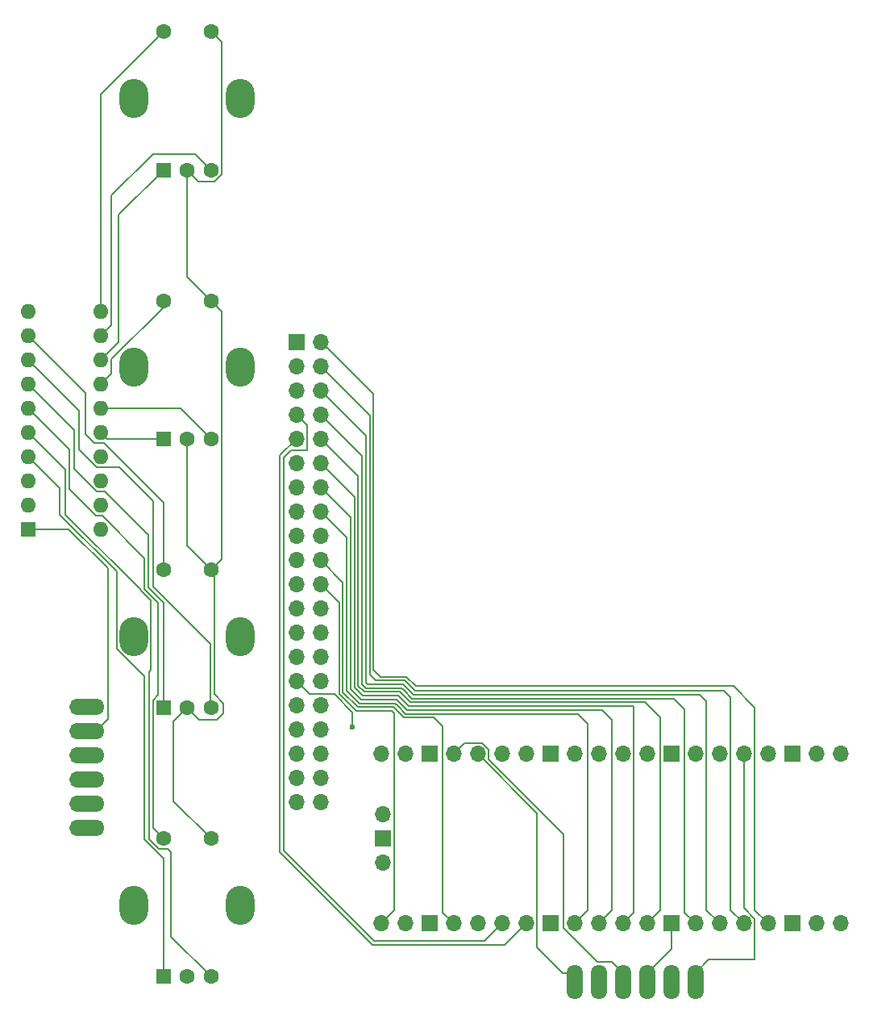
<source format=gbr>
G04 #@! TF.GenerationSoftware,KiCad,Pcbnew,8.0.4*
G04 #@! TF.CreationDate,2024-08-06T18:41:40+09:00*
G04 #@! TF.ProjectId,Fakedeck-garber,46616b65-6465-4636-9b2d-676172626572,rev?*
G04 #@! TF.SameCoordinates,Original*
G04 #@! TF.FileFunction,Copper,L1,Top*
G04 #@! TF.FilePolarity,Positive*
%FSLAX46Y46*%
G04 Gerber Fmt 4.6, Leading zero omitted, Abs format (unit mm)*
G04 Created by KiCad (PCBNEW 8.0.4) date 2024-08-06 18:41:40*
%MOMM*%
%LPD*%
G01*
G04 APERTURE LIST*
G04 Aperture macros list*
%AMRoundRect*
0 Rectangle with rounded corners*
0 $1 Rounding radius*
0 $2 $3 $4 $5 $6 $7 $8 $9 X,Y pos of 4 corners*
0 Add a 4 corners polygon primitive as box body*
4,1,4,$2,$3,$4,$5,$6,$7,$8,$9,$2,$3,0*
0 Add four circle primitives for the rounded corners*
1,1,$1+$1,$2,$3*
1,1,$1+$1,$4,$5*
1,1,$1+$1,$6,$7*
1,1,$1+$1,$8,$9*
0 Add four rect primitives between the rounded corners*
20,1,$1+$1,$2,$3,$4,$5,0*
20,1,$1+$1,$4,$5,$6,$7,0*
20,1,$1+$1,$6,$7,$8,$9,0*
20,1,$1+$1,$8,$9,$2,$3,0*%
G04 Aperture macros list end*
G04 #@! TA.AperFunction,ComponentPad*
%ADD10RoundRect,0.250000X0.550000X-0.550000X0.550000X0.550000X-0.550000X0.550000X-0.550000X-0.550000X0*%
G04 #@! TD*
G04 #@! TA.AperFunction,ComponentPad*
%ADD11C,1.600000*%
G04 #@! TD*
G04 #@! TA.AperFunction,ComponentPad*
%ADD12O,3.000000X4.100000*%
G04 #@! TD*
G04 #@! TA.AperFunction,ComponentPad*
%ADD13O,1.700000X3.644000*%
G04 #@! TD*
G04 #@! TA.AperFunction,ComponentPad*
%ADD14O,1.700000X1.700000*%
G04 #@! TD*
G04 #@! TA.AperFunction,ComponentPad*
%ADD15R,1.700000X1.700000*%
G04 #@! TD*
G04 #@! TA.AperFunction,ComponentPad*
%ADD16O,3.644000X1.700000*%
G04 #@! TD*
G04 #@! TA.AperFunction,ComponentPad*
%ADD17R,1.600000X1.600000*%
G04 #@! TD*
G04 #@! TA.AperFunction,ComponentPad*
%ADD18O,1.600000X1.600000*%
G04 #@! TD*
G04 #@! TA.AperFunction,ViaPad*
%ADD19C,0.600000*%
G04 #@! TD*
G04 #@! TA.AperFunction,Conductor*
%ADD20C,0.200000*%
G04 #@! TD*
G04 APERTURE END LIST*
D10*
X133445000Y-143685000D03*
D11*
X138445000Y-143685000D03*
X135945000Y-143685000D03*
X133445000Y-129185000D03*
X138445000Y-129185000D03*
D12*
X130345000Y-136185000D03*
X141545000Y-136185000D03*
D10*
X133445000Y-59035000D03*
D11*
X138445000Y-59035000D03*
X135945000Y-59035000D03*
X133445000Y-44535000D03*
X138445000Y-44535000D03*
D12*
X130345000Y-51535000D03*
X141545000Y-51535000D03*
D13*
X189325000Y-144262000D03*
D14*
X189325000Y-145195000D03*
D13*
X186785000Y-144262000D03*
D14*
X186785000Y-145195000D03*
D13*
X184245000Y-144262000D03*
D14*
X184245000Y-145195000D03*
D13*
X181705000Y-144262000D03*
D14*
X181705000Y-145195000D03*
D13*
X179165000Y-144262000D03*
D14*
X179165000Y-145195000D03*
D13*
X176625000Y-144262000D03*
D14*
X176625000Y-145195000D03*
D10*
X133445000Y-87251668D03*
D11*
X138445000Y-87251668D03*
X135945000Y-87251668D03*
X133445000Y-72751668D03*
X138445000Y-72751668D03*
D12*
X130345000Y-79751668D03*
X141545000Y-79751668D03*
D10*
X133445000Y-115468334D03*
D11*
X138445000Y-115468334D03*
X135945000Y-115468334D03*
X133445000Y-100968334D03*
X138445000Y-100968334D03*
D12*
X130345000Y-107968334D03*
X141545000Y-107968334D03*
D15*
X147415000Y-77075000D03*
D14*
X147415000Y-79615000D03*
X147415000Y-82155000D03*
X147415000Y-84695000D03*
X147415000Y-87235000D03*
X147415000Y-89775000D03*
X147415000Y-92315000D03*
X147415000Y-94855000D03*
X147415000Y-97395000D03*
X147415000Y-99935000D03*
X147415000Y-102475000D03*
X147415000Y-105015000D03*
X147415000Y-107555000D03*
X147415000Y-110095000D03*
X147415000Y-112635000D03*
X147415000Y-115175000D03*
X147415000Y-117715000D03*
X147415000Y-120255000D03*
X147415000Y-122795000D03*
X147415000Y-125335000D03*
X149955000Y-77075000D03*
X149955000Y-79615000D03*
X149955000Y-82155000D03*
X149955000Y-84695000D03*
X149955000Y-87235000D03*
X149955000Y-89775000D03*
X149955000Y-92315000D03*
X149955000Y-94855000D03*
X149955000Y-97395000D03*
X149955000Y-99935000D03*
X149955000Y-102475000D03*
X149955000Y-105015000D03*
X149955000Y-107555000D03*
X149955000Y-110095000D03*
X149955000Y-112635000D03*
X149955000Y-115175000D03*
X149955000Y-117715000D03*
X149955000Y-120255000D03*
X149955000Y-122795000D03*
X149955000Y-125335000D03*
D16*
X125393000Y-115335000D03*
D14*
X124460000Y-115335000D03*
D16*
X125393000Y-117875000D03*
D14*
X124460000Y-117875000D03*
D16*
X125393000Y-120415000D03*
D14*
X124460000Y-120415000D03*
D16*
X125393000Y-122955000D03*
D14*
X124460000Y-122955000D03*
D16*
X125393000Y-125495000D03*
D14*
X124460000Y-125495000D03*
D16*
X125393000Y-128035000D03*
D14*
X124460000Y-128035000D03*
D17*
X119265000Y-96735000D03*
D18*
X119265000Y-94195000D03*
X119265000Y-91655000D03*
X119265000Y-89115000D03*
X119265000Y-86575000D03*
X119265000Y-84035000D03*
X119265000Y-81495000D03*
X119265000Y-78955000D03*
X119265000Y-76415000D03*
X119265000Y-73875000D03*
X126885000Y-73875000D03*
X126885000Y-76415000D03*
X126885000Y-78955000D03*
X126885000Y-81495000D03*
X126885000Y-84035000D03*
X126885000Y-86575000D03*
X126885000Y-89115000D03*
X126885000Y-91655000D03*
X126885000Y-94195000D03*
X126885000Y-96735000D03*
D14*
X204565000Y-138085000D03*
X202025000Y-138085000D03*
D15*
X199485000Y-138085000D03*
D14*
X196945000Y-138085000D03*
X194405000Y-138085000D03*
X191865000Y-138085000D03*
X189325000Y-138085000D03*
D15*
X186785000Y-138085000D03*
D14*
X184245000Y-138085000D03*
X181705000Y-138085000D03*
X179165000Y-138085000D03*
X176625000Y-138085000D03*
D15*
X174085000Y-138085000D03*
D14*
X171545000Y-138085000D03*
X169005000Y-138085000D03*
X166465000Y-138085000D03*
X163925000Y-138085000D03*
D15*
X161385000Y-138085000D03*
D14*
X158845000Y-138085000D03*
X156305000Y-138085000D03*
X156305000Y-120305000D03*
X158845000Y-120305000D03*
D15*
X161385000Y-120305000D03*
D14*
X163925000Y-120305000D03*
X166465000Y-120305000D03*
X169005000Y-120305000D03*
X171545000Y-120305000D03*
D15*
X174085000Y-120305000D03*
D14*
X176625000Y-120305000D03*
X179165000Y-120305000D03*
X181705000Y-120305000D03*
X184245000Y-120305000D03*
D15*
X186785000Y-120305000D03*
D14*
X189325000Y-120305000D03*
X191865000Y-120305000D03*
X194405000Y-120305000D03*
X196945000Y-120305000D03*
D15*
X199485000Y-120305000D03*
D14*
X202025000Y-120305000D03*
X204565000Y-120305000D03*
X156535000Y-131735000D03*
D15*
X156535000Y-129195000D03*
D14*
X156535000Y-126655000D03*
D19*
X153315000Y-117445000D03*
D20*
X119265000Y-96735000D02*
X123505000Y-96735000D01*
X123505000Y-96735000D02*
X127615000Y-100845000D01*
X127615000Y-100845000D02*
X127615000Y-116625000D01*
X127615000Y-116625000D02*
X126365000Y-117875000D01*
X166941346Y-119155000D02*
X167615000Y-119828654D01*
X165075000Y-119155000D02*
X166941346Y-119155000D01*
X167615000Y-120889314D02*
X175475000Y-128749314D01*
X163925000Y-120305000D02*
X165075000Y-119155000D01*
X179010000Y-142140000D02*
X180555000Y-142140000D01*
X175475000Y-128749314D02*
X175475000Y-138605000D01*
X180555000Y-142140000D02*
X181705000Y-143290000D01*
X175475000Y-138605000D02*
X179010000Y-142140000D01*
X167615000Y-119828654D02*
X167615000Y-120889314D01*
X172695000Y-126535000D02*
X172695000Y-140575000D01*
X166465000Y-120305000D02*
X172695000Y-126535000D01*
X172695000Y-140575000D02*
X175410000Y-143290000D01*
X175410000Y-143290000D02*
X176625000Y-143290000D01*
X133445000Y-143685000D02*
X133445000Y-131306321D01*
X133445000Y-131306321D02*
X131415000Y-129276321D01*
X122595000Y-95225000D02*
X122595000Y-92445000D01*
X131415000Y-112133918D02*
X128545000Y-109263918D01*
X128545000Y-101175000D02*
X122595000Y-95225000D01*
X122595000Y-92445000D02*
X119265000Y-89115000D01*
X128545000Y-109263918D02*
X128545000Y-101175000D01*
X131415000Y-129276321D02*
X131415000Y-112133918D01*
X133900635Y-130285000D02*
X134225000Y-130609365D01*
X131945000Y-129240635D02*
X132989365Y-130285000D01*
X131945000Y-111703918D02*
X131945000Y-129240635D01*
X123165000Y-95195000D02*
X131075000Y-103105000D01*
X119265000Y-86575000D02*
X123165000Y-90475000D01*
X131075000Y-103105000D02*
X131075000Y-103162058D01*
X134225000Y-130609365D02*
X134225000Y-139465000D01*
X123165000Y-90475000D02*
X123165000Y-95195000D01*
X132145000Y-104232058D02*
X132145000Y-111503918D01*
X134225000Y-139465000D02*
X138445000Y-143685000D01*
X132989365Y-130285000D02*
X133900635Y-130285000D01*
X131075000Y-103162058D02*
X132145000Y-104232058D01*
X132145000Y-111503918D02*
X131945000Y-111703918D01*
X123565000Y-92505000D02*
X123565000Y-88335000D01*
X127040635Y-95335000D02*
X126395000Y-95335000D01*
X126395000Y-95335000D02*
X123565000Y-92505000D01*
X131475000Y-99769365D02*
X127040635Y-95335000D01*
X123565000Y-88335000D02*
X119265000Y-84035000D01*
X132925000Y-104446372D02*
X131475000Y-102996372D01*
X132925000Y-114103590D02*
X132925000Y-104446372D01*
X133445000Y-129185000D02*
X132345000Y-128085000D01*
X132345000Y-128085000D02*
X132345000Y-114683590D01*
X132345000Y-114683590D02*
X132925000Y-114103590D01*
X131475000Y-102996372D02*
X131475000Y-99769365D01*
X126429365Y-92755000D02*
X124075000Y-90400635D01*
X133485000Y-104440686D02*
X131875000Y-102830686D01*
X133445000Y-115468334D02*
X133485000Y-115428334D01*
X124075000Y-90400635D02*
X124075000Y-86305000D01*
X133485000Y-115428334D02*
X133485000Y-104440686D01*
X131875000Y-102830686D02*
X131875000Y-97355000D01*
X124075000Y-86305000D02*
X119265000Y-81495000D01*
X131875000Y-97355000D02*
X127275000Y-92755000D01*
X127275000Y-92755000D02*
X126429365Y-92755000D01*
X126195000Y-87675000D02*
X125255000Y-86735000D01*
X133445000Y-100968334D02*
X133445000Y-93945000D01*
X125255000Y-82405000D02*
X119265000Y-76415000D01*
X125255000Y-86735000D02*
X125255000Y-82405000D01*
X127175000Y-87675000D02*
X126195000Y-87675000D01*
X133445000Y-93945000D02*
X127175000Y-87675000D01*
X128855000Y-90265000D02*
X132345000Y-93755000D01*
X138395000Y-108785000D02*
X138395000Y-115418334D01*
X119265000Y-78955000D02*
X124615000Y-84305000D01*
X138395000Y-115418334D02*
X138445000Y-115468334D01*
X132345000Y-93755000D02*
X132345000Y-102735000D01*
X126479365Y-90265000D02*
X128855000Y-90265000D01*
X124615000Y-84305000D02*
X124615000Y-88400635D01*
X124615000Y-88400635D02*
X126479365Y-90265000D01*
X132345000Y-102735000D02*
X138395000Y-108785000D01*
X127561668Y-87251668D02*
X126885000Y-86575000D01*
X133445000Y-87251668D02*
X127561668Y-87251668D01*
X127985000Y-80395000D02*
X126885000Y-81495000D01*
X133445000Y-72751668D02*
X133445000Y-73425000D01*
X127985000Y-78885000D02*
X127985000Y-80395000D01*
X133445000Y-73425000D02*
X127985000Y-78885000D01*
X135228332Y-84035000D02*
X126885000Y-84035000D01*
X138445000Y-87251668D02*
X135228332Y-84035000D01*
X133445000Y-44535000D02*
X126885000Y-51095000D01*
X126885000Y-51095000D02*
X126885000Y-73875000D01*
X136755000Y-57345000D02*
X132335000Y-57345000D01*
X132335000Y-57345000D02*
X127985000Y-61695000D01*
X127985000Y-75315000D02*
X126885000Y-76415000D01*
X127985000Y-61695000D02*
X127985000Y-75315000D01*
X138445000Y-59035000D02*
X136755000Y-57345000D01*
X128725000Y-77115000D02*
X126885000Y-78955000D01*
X128725000Y-63755000D02*
X128725000Y-77115000D01*
X133445000Y-59035000D02*
X128725000Y-63755000D01*
X193015000Y-136695000D02*
X194405000Y-138085000D01*
X158800786Y-112595000D02*
X159035100Y-112829315D01*
X193015000Y-114395000D02*
X193015000Y-136695000D01*
X155115000Y-111995000D02*
X155715000Y-112595000D01*
X192315000Y-113695000D02*
X193015000Y-114395000D01*
X149955000Y-79615000D02*
X155115000Y-84775000D01*
X155115000Y-84775000D02*
X155115000Y-111995000D01*
X155715000Y-112595000D02*
X158800786Y-112595000D01*
X159900786Y-113695000D02*
X192315000Y-113695000D01*
X159035100Y-112829315D02*
X159900786Y-113695000D01*
X149955000Y-94855000D02*
X152715000Y-97615000D01*
X152715000Y-113647942D02*
X154062058Y-114995000D01*
X176965000Y-116095000D02*
X178015000Y-117145000D01*
X178015000Y-117145000D02*
X178015000Y-136695000D01*
X176625000Y-137505000D02*
X176625000Y-138085000D01*
X158906670Y-116095000D02*
X176965000Y-116095000D01*
X178015000Y-136695000D02*
X176625000Y-138085000D01*
X154062058Y-114995000D02*
X157806670Y-114995000D01*
X157806670Y-114995000D02*
X158040984Y-115229315D01*
X152715000Y-97615000D02*
X152715000Y-113647942D01*
X158040984Y-115229315D02*
X158906670Y-116095000D01*
X180555000Y-116685000D02*
X180555000Y-136695000D01*
X179565000Y-115695000D02*
X180555000Y-116685000D01*
X153115000Y-95475000D02*
X153115000Y-113482256D01*
X159072356Y-115695000D02*
X179565000Y-115695000D01*
X149955000Y-92315000D02*
X153115000Y-95475000D01*
X153115000Y-113482256D02*
X154227744Y-114595000D01*
X154227744Y-114595000D02*
X157972356Y-114595000D01*
X157972356Y-114595000D02*
X159072356Y-115695000D01*
X180555000Y-136695000D02*
X179165000Y-138085000D01*
X158740984Y-116495000D02*
X161865000Y-116495000D01*
X157640984Y-115395000D02*
X158740984Y-116495000D01*
X162775000Y-136935000D02*
X163925000Y-138085000D01*
X152315000Y-102295000D02*
X152315000Y-113813628D01*
X153896372Y-115395000D02*
X157640984Y-115395000D01*
X152315000Y-113813628D02*
X153896372Y-115395000D01*
X162775000Y-117405000D02*
X162775000Y-136935000D01*
X149955000Y-99935000D02*
X152315000Y-102295000D01*
X161865000Y-116495000D02*
X162775000Y-117405000D01*
X138785635Y-60250000D02*
X137160000Y-60250000D01*
X139545000Y-99868334D02*
X139545000Y-73851668D01*
X153315000Y-115945000D02*
X153315000Y-117445000D01*
X138445000Y-100968334D02*
X138795000Y-101318334D01*
X139785000Y-116015000D02*
X139035000Y-116765000D01*
X138445000Y-44535000D02*
X139545000Y-45635000D01*
X135945000Y-70251668D02*
X138445000Y-72751668D01*
X135945000Y-87251668D02*
X135945000Y-98468334D01*
X147415000Y-112635000D02*
X148805000Y-114025000D01*
X138795000Y-114025000D02*
X139785000Y-115015000D01*
X139545000Y-73851668D02*
X138445000Y-72751668D01*
X139545000Y-45635000D02*
X139545000Y-59490635D01*
X135945000Y-59035000D02*
X135945000Y-70251668D01*
X138795000Y-101318334D02*
X138795000Y-114025000D01*
X139785000Y-115015000D02*
X139785000Y-116015000D01*
X186785000Y-138085000D02*
X186785000Y-140750000D01*
X139035000Y-116765000D02*
X137241666Y-116765000D01*
X138445000Y-100968334D02*
X139545000Y-99868334D01*
X135945000Y-115468334D02*
X134535000Y-116878334D01*
X148805000Y-114025000D02*
X151395000Y-114025000D01*
X151395000Y-114025000D02*
X153315000Y-115945000D01*
X135945000Y-98468334D02*
X138445000Y-100968334D01*
X137160000Y-60250000D02*
X135945000Y-59035000D01*
X134535000Y-125275000D02*
X138445000Y-129185000D01*
X186785000Y-140750000D02*
X184245000Y-143290000D01*
X134535000Y-116878334D02*
X134535000Y-125275000D01*
X137241666Y-116765000D02*
X135945000Y-115468334D01*
X139545000Y-59490635D02*
X138785635Y-60250000D01*
X182855000Y-136935000D02*
X181705000Y-138085000D01*
X153515000Y-93335000D02*
X153515000Y-113316570D01*
X182855000Y-115335000D02*
X182855000Y-136935000D01*
X149955000Y-89775000D02*
X153515000Y-93335000D01*
X158372356Y-114429315D02*
X159238042Y-115295000D01*
X158138042Y-114195000D02*
X158372356Y-114429315D01*
X159238042Y-115295000D02*
X182815000Y-115295000D01*
X154393430Y-114195000D02*
X158138042Y-114195000D01*
X153515000Y-113316570D02*
X154393430Y-114195000D01*
X182815000Y-115295000D02*
X182855000Y-115335000D01*
X188175000Y-136935000D02*
X189325000Y-138085000D01*
X158469414Y-113395000D02*
X158703728Y-113629315D01*
X158703728Y-113629315D02*
X159569414Y-114495000D01*
X154315000Y-89055000D02*
X154315000Y-112985198D01*
X149955000Y-84695000D02*
X154315000Y-89055000D01*
X154724802Y-113395000D02*
X158469414Y-113395000D01*
X187065000Y-114495000D02*
X188175000Y-115605000D01*
X154315000Y-112985198D02*
X154724802Y-113395000D01*
X188175000Y-115605000D02*
X188175000Y-136935000D01*
X159569414Y-114495000D02*
X187065000Y-114495000D01*
X155515000Y-82515000D02*
X155515000Y-111495000D01*
X155515000Y-111495000D02*
X156215000Y-112195000D01*
X195565000Y-136705000D02*
X196945000Y-138085000D01*
X158966472Y-112195000D02*
X159966472Y-113195000D01*
X159966472Y-113195000D02*
X193315000Y-113195000D01*
X195565000Y-115445000D02*
X195565000Y-136705000D01*
X193315000Y-113195000D02*
X195565000Y-115445000D01*
X156215000Y-112195000D02*
X158966472Y-112195000D01*
X150075000Y-77075000D02*
X155515000Y-82515000D01*
X149955000Y-77075000D02*
X150075000Y-77075000D01*
X155399314Y-140345000D02*
X169285000Y-140345000D01*
X145665000Y-88985000D02*
X145665000Y-130610686D01*
X147415000Y-87235000D02*
X145665000Y-88985000D01*
X145665000Y-130610686D02*
X155399314Y-140345000D01*
X169285000Y-140345000D02*
X171545000Y-138085000D01*
X154890488Y-112995000D02*
X158635100Y-112995000D01*
X190475000Y-136695000D02*
X191865000Y-138085000D01*
X190475000Y-114755000D02*
X190475000Y-136695000D01*
X154715000Y-86915000D02*
X154715000Y-112819512D01*
X189815000Y-114095000D02*
X190475000Y-114755000D01*
X154715000Y-112819512D02*
X154890488Y-112995000D01*
X149955000Y-82155000D02*
X154715000Y-86915000D01*
X158635100Y-112995000D02*
X159735100Y-114095000D01*
X159735100Y-114095000D02*
X189815000Y-114095000D01*
X190720000Y-141895000D02*
X195515000Y-141895000D01*
X195555000Y-137608654D02*
X194405000Y-136458654D01*
X189325000Y-143290000D02*
X190720000Y-141895000D01*
X194405000Y-136458654D02*
X194405000Y-120305000D01*
X195555000Y-141855000D02*
X195555000Y-137608654D01*
X195515000Y-141895000D02*
X195555000Y-141855000D01*
X149955000Y-87235000D02*
X149980000Y-87235000D01*
X184065000Y-114895000D02*
X185635000Y-116465000D01*
X158303728Y-113795000D02*
X159403728Y-114895000D01*
X185635000Y-136695000D02*
X184245000Y-138085000D01*
X153915000Y-113150884D02*
X154559116Y-113795000D01*
X153915000Y-91170000D02*
X153915000Y-113150884D01*
X159403728Y-114895000D02*
X184065000Y-114895000D01*
X154559116Y-113795000D02*
X158303728Y-113795000D01*
X185635000Y-116465000D02*
X185635000Y-136695000D01*
X149980000Y-87235000D02*
X153915000Y-91170000D01*
X151915000Y-104435000D02*
X151915000Y-113979314D01*
X153715000Y-115779314D02*
X153715000Y-115795000D01*
X153715000Y-115795000D02*
X157415000Y-115795000D01*
X157695000Y-136695000D02*
X156305000Y-138085000D01*
X149955000Y-102475000D02*
X151915000Y-104435000D01*
X157695000Y-116075000D02*
X157695000Y-136695000D01*
X151915000Y-113979314D02*
X153715000Y-115779314D01*
X157415000Y-115795000D02*
X157695000Y-116075000D01*
X146065000Y-89195000D02*
X146065000Y-130445000D01*
X146815000Y-88445000D02*
X146065000Y-89195000D01*
X148565000Y-85845000D02*
X148565000Y-88445000D01*
X148565000Y-88445000D02*
X146815000Y-88445000D01*
X155565000Y-139945000D02*
X167145000Y-139945000D01*
X147415000Y-84695000D02*
X148565000Y-85845000D01*
X146065000Y-130445000D02*
X155565000Y-139945000D01*
X167145000Y-139945000D02*
X169005000Y-138085000D01*
M02*

</source>
